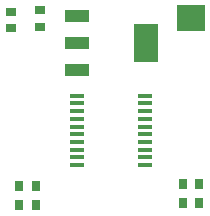
<source format=gtp>
G04*
G04 #@! TF.GenerationSoftware,Altium Limited,Altium Designer,23.3.1 (30)*
G04*
G04 Layer_Color=8421504*
%FSLAX44Y44*%
%MOMM*%
G71*
G04*
G04 #@! TF.SameCoordinates,7D95EF5C-A674-4E58-8619-D26F187C42BB*
G04*
G04*
G04 #@! TF.FilePolarity,Positive*
G04*
G01*
G75*
%ADD16R,2.4400X2.2000*%
%ADD17R,0.9500X0.7500*%
%ADD18R,2.1500X1.0000*%
%ADD19R,2.1500X3.2500*%
%ADD20R,0.6350X1.2700*%
%ADD21R,0.7500X0.9500*%
G04:AMPARAMS|DCode=22|XSize=0.4mm|YSize=1.2mm|CornerRadius=0.05mm|HoleSize=0mm|Usage=FLASHONLY|Rotation=270.000|XOffset=0mm|YOffset=0mm|HoleType=Round|Shape=RoundedRectangle|*
%AMROUNDEDRECTD22*
21,1,0.4000,1.1000,0,0,270.0*
21,1,0.3000,1.2000,0,0,270.0*
1,1,0.1000,-0.5500,-0.1500*
1,1,0.1000,-0.5500,0.1500*
1,1,0.1000,0.5500,0.1500*
1,1,0.1000,0.5500,-0.1500*
%
%ADD22ROUNDEDRECTD22*%
D16*
X488641Y449580D02*
D03*
D17*
X360659Y441822D02*
D03*
Y455821D02*
D03*
X336150Y454848D02*
D03*
Y440848D02*
D03*
D18*
X392390Y450990D02*
D03*
Y427990D02*
D03*
Y404990D02*
D03*
D19*
X450890Y427990D02*
D03*
D20*
X484522Y449580D02*
D03*
X492760D02*
D03*
D21*
X343520Y307340D02*
D03*
X357520D02*
D03*
X495838Y308864D02*
D03*
X481838D02*
D03*
X343520Y290830D02*
D03*
X357520D02*
D03*
X495696Y293116D02*
D03*
X481696D02*
D03*
D22*
X392580Y383470D02*
D03*
Y376970D02*
D03*
Y370470D02*
D03*
Y363970D02*
D03*
Y357470D02*
D03*
Y350970D02*
D03*
Y344470D02*
D03*
Y337970D02*
D03*
Y331470D02*
D03*
Y324970D02*
D03*
X449580Y383470D02*
D03*
Y376970D02*
D03*
Y370470D02*
D03*
Y363970D02*
D03*
Y357470D02*
D03*
Y350970D02*
D03*
Y344470D02*
D03*
Y337970D02*
D03*
Y331470D02*
D03*
Y324970D02*
D03*
M02*

</source>
